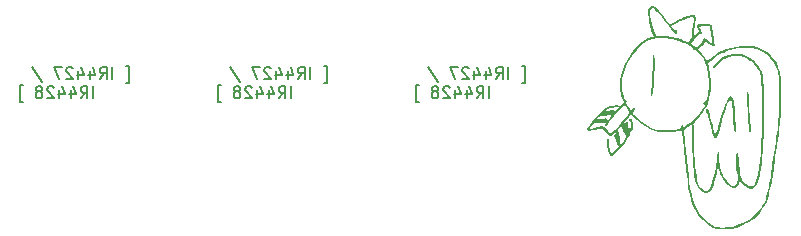
<source format=gbr>
%TF.GenerationSoftware,KiCad,Pcbnew,7.0.2*%
%TF.CreationDate,2023-10-31T00:40:57+09:00*%
%TF.ProjectId,Pmod_US_Speaker,506d6f64-5f55-4535-9f53-7065616b6572,rev?*%
%TF.SameCoordinates,Original*%
%TF.FileFunction,Legend,Bot*%
%TF.FilePolarity,Positive*%
%FSLAX46Y46*%
G04 Gerber Fmt 4.6, Leading zero omitted, Abs format (unit mm)*
G04 Created by KiCad (PCBNEW 7.0.2) date 2023-10-31 00:40:57*
%MOMM*%
%LPD*%
G01*
G04 APERTURE LIST*
%ADD10C,0.150000*%
G04 APERTURE END LIST*
D10*
X146288190Y-98158952D02*
X146526285Y-98158952D01*
X146526285Y-98158952D02*
X146526285Y-96730380D01*
X146526285Y-96730380D02*
X146288190Y-96730380D01*
X145145332Y-97825619D02*
X145145332Y-96825619D01*
X144097714Y-97825619D02*
X144431047Y-97349428D01*
X144669142Y-97825619D02*
X144669142Y-96825619D01*
X144669142Y-96825619D02*
X144288190Y-96825619D01*
X144288190Y-96825619D02*
X144192952Y-96873238D01*
X144192952Y-96873238D02*
X144145333Y-96920857D01*
X144145333Y-96920857D02*
X144097714Y-97016095D01*
X144097714Y-97016095D02*
X144097714Y-97158952D01*
X144097714Y-97158952D02*
X144145333Y-97254190D01*
X144145333Y-97254190D02*
X144192952Y-97301809D01*
X144192952Y-97301809D02*
X144288190Y-97349428D01*
X144288190Y-97349428D02*
X144669142Y-97349428D01*
X143240571Y-97158952D02*
X143240571Y-97825619D01*
X143478666Y-96778000D02*
X143716761Y-97492285D01*
X143716761Y-97492285D02*
X143097714Y-97492285D01*
X142288190Y-97158952D02*
X142288190Y-97825619D01*
X142526285Y-96778000D02*
X142764380Y-97492285D01*
X142764380Y-97492285D02*
X142145333Y-97492285D01*
X141811999Y-96920857D02*
X141764380Y-96873238D01*
X141764380Y-96873238D02*
X141669142Y-96825619D01*
X141669142Y-96825619D02*
X141431047Y-96825619D01*
X141431047Y-96825619D02*
X141335809Y-96873238D01*
X141335809Y-96873238D02*
X141288190Y-96920857D01*
X141288190Y-96920857D02*
X141240571Y-97016095D01*
X141240571Y-97016095D02*
X141240571Y-97111333D01*
X141240571Y-97111333D02*
X141288190Y-97254190D01*
X141288190Y-97254190D02*
X141859618Y-97825619D01*
X141859618Y-97825619D02*
X141240571Y-97825619D01*
X140907237Y-96825619D02*
X140240571Y-96825619D01*
X140240571Y-96825619D02*
X140669142Y-97825619D01*
X138383428Y-96778000D02*
X139240570Y-98063714D01*
X143526284Y-99445619D02*
X143526284Y-98445619D01*
X142478666Y-99445619D02*
X142811999Y-98969428D01*
X143050094Y-99445619D02*
X143050094Y-98445619D01*
X143050094Y-98445619D02*
X142669142Y-98445619D01*
X142669142Y-98445619D02*
X142573904Y-98493238D01*
X142573904Y-98493238D02*
X142526285Y-98540857D01*
X142526285Y-98540857D02*
X142478666Y-98636095D01*
X142478666Y-98636095D02*
X142478666Y-98778952D01*
X142478666Y-98778952D02*
X142526285Y-98874190D01*
X142526285Y-98874190D02*
X142573904Y-98921809D01*
X142573904Y-98921809D02*
X142669142Y-98969428D01*
X142669142Y-98969428D02*
X143050094Y-98969428D01*
X141621523Y-98778952D02*
X141621523Y-99445619D01*
X141859618Y-98398000D02*
X142097713Y-99112285D01*
X142097713Y-99112285D02*
X141478666Y-99112285D01*
X140669142Y-98778952D02*
X140669142Y-99445619D01*
X140907237Y-98398000D02*
X141145332Y-99112285D01*
X141145332Y-99112285D02*
X140526285Y-99112285D01*
X140192951Y-98540857D02*
X140145332Y-98493238D01*
X140145332Y-98493238D02*
X140050094Y-98445619D01*
X140050094Y-98445619D02*
X139811999Y-98445619D01*
X139811999Y-98445619D02*
X139716761Y-98493238D01*
X139716761Y-98493238D02*
X139669142Y-98540857D01*
X139669142Y-98540857D02*
X139621523Y-98636095D01*
X139621523Y-98636095D02*
X139621523Y-98731333D01*
X139621523Y-98731333D02*
X139669142Y-98874190D01*
X139669142Y-98874190D02*
X140240570Y-99445619D01*
X140240570Y-99445619D02*
X139621523Y-99445619D01*
X139050094Y-98874190D02*
X139145332Y-98826571D01*
X139145332Y-98826571D02*
X139192951Y-98778952D01*
X139192951Y-98778952D02*
X139240570Y-98683714D01*
X139240570Y-98683714D02*
X139240570Y-98636095D01*
X139240570Y-98636095D02*
X139192951Y-98540857D01*
X139192951Y-98540857D02*
X139145332Y-98493238D01*
X139145332Y-98493238D02*
X139050094Y-98445619D01*
X139050094Y-98445619D02*
X138859618Y-98445619D01*
X138859618Y-98445619D02*
X138764380Y-98493238D01*
X138764380Y-98493238D02*
X138716761Y-98540857D01*
X138716761Y-98540857D02*
X138669142Y-98636095D01*
X138669142Y-98636095D02*
X138669142Y-98683714D01*
X138669142Y-98683714D02*
X138716761Y-98778952D01*
X138716761Y-98778952D02*
X138764380Y-98826571D01*
X138764380Y-98826571D02*
X138859618Y-98874190D01*
X138859618Y-98874190D02*
X139050094Y-98874190D01*
X139050094Y-98874190D02*
X139145332Y-98921809D01*
X139145332Y-98921809D02*
X139192951Y-98969428D01*
X139192951Y-98969428D02*
X139240570Y-99064666D01*
X139240570Y-99064666D02*
X139240570Y-99255142D01*
X139240570Y-99255142D02*
X139192951Y-99350380D01*
X139192951Y-99350380D02*
X139145332Y-99398000D01*
X139145332Y-99398000D02*
X139050094Y-99445619D01*
X139050094Y-99445619D02*
X138859618Y-99445619D01*
X138859618Y-99445619D02*
X138764380Y-99398000D01*
X138764380Y-99398000D02*
X138716761Y-99350380D01*
X138716761Y-99350380D02*
X138669142Y-99255142D01*
X138669142Y-99255142D02*
X138669142Y-99064666D01*
X138669142Y-99064666D02*
X138716761Y-98969428D01*
X138716761Y-98969428D02*
X138764380Y-98921809D01*
X138764380Y-98921809D02*
X138859618Y-98874190D01*
X137573903Y-99778952D02*
X137335808Y-99778952D01*
X137335808Y-99778952D02*
X137335808Y-98350380D01*
X137335808Y-98350380D02*
X137573903Y-98350380D01*
X129524190Y-98158952D02*
X129762285Y-98158952D01*
X129762285Y-98158952D02*
X129762285Y-96730380D01*
X129762285Y-96730380D02*
X129524190Y-96730380D01*
X128381332Y-97825619D02*
X128381332Y-96825619D01*
X127333714Y-97825619D02*
X127667047Y-97349428D01*
X127905142Y-97825619D02*
X127905142Y-96825619D01*
X127905142Y-96825619D02*
X127524190Y-96825619D01*
X127524190Y-96825619D02*
X127428952Y-96873238D01*
X127428952Y-96873238D02*
X127381333Y-96920857D01*
X127381333Y-96920857D02*
X127333714Y-97016095D01*
X127333714Y-97016095D02*
X127333714Y-97158952D01*
X127333714Y-97158952D02*
X127381333Y-97254190D01*
X127381333Y-97254190D02*
X127428952Y-97301809D01*
X127428952Y-97301809D02*
X127524190Y-97349428D01*
X127524190Y-97349428D02*
X127905142Y-97349428D01*
X126476571Y-97158952D02*
X126476571Y-97825619D01*
X126714666Y-96778000D02*
X126952761Y-97492285D01*
X126952761Y-97492285D02*
X126333714Y-97492285D01*
X125524190Y-97158952D02*
X125524190Y-97825619D01*
X125762285Y-96778000D02*
X126000380Y-97492285D01*
X126000380Y-97492285D02*
X125381333Y-97492285D01*
X125047999Y-96920857D02*
X125000380Y-96873238D01*
X125000380Y-96873238D02*
X124905142Y-96825619D01*
X124905142Y-96825619D02*
X124667047Y-96825619D01*
X124667047Y-96825619D02*
X124571809Y-96873238D01*
X124571809Y-96873238D02*
X124524190Y-96920857D01*
X124524190Y-96920857D02*
X124476571Y-97016095D01*
X124476571Y-97016095D02*
X124476571Y-97111333D01*
X124476571Y-97111333D02*
X124524190Y-97254190D01*
X124524190Y-97254190D02*
X125095618Y-97825619D01*
X125095618Y-97825619D02*
X124476571Y-97825619D01*
X124143237Y-96825619D02*
X123476571Y-96825619D01*
X123476571Y-96825619D02*
X123905142Y-97825619D01*
X121619428Y-96778000D02*
X122476570Y-98063714D01*
X126762284Y-99445619D02*
X126762284Y-98445619D01*
X125714666Y-99445619D02*
X126047999Y-98969428D01*
X126286094Y-99445619D02*
X126286094Y-98445619D01*
X126286094Y-98445619D02*
X125905142Y-98445619D01*
X125905142Y-98445619D02*
X125809904Y-98493238D01*
X125809904Y-98493238D02*
X125762285Y-98540857D01*
X125762285Y-98540857D02*
X125714666Y-98636095D01*
X125714666Y-98636095D02*
X125714666Y-98778952D01*
X125714666Y-98778952D02*
X125762285Y-98874190D01*
X125762285Y-98874190D02*
X125809904Y-98921809D01*
X125809904Y-98921809D02*
X125905142Y-98969428D01*
X125905142Y-98969428D02*
X126286094Y-98969428D01*
X124857523Y-98778952D02*
X124857523Y-99445619D01*
X125095618Y-98398000D02*
X125333713Y-99112285D01*
X125333713Y-99112285D02*
X124714666Y-99112285D01*
X123905142Y-98778952D02*
X123905142Y-99445619D01*
X124143237Y-98398000D02*
X124381332Y-99112285D01*
X124381332Y-99112285D02*
X123762285Y-99112285D01*
X123428951Y-98540857D02*
X123381332Y-98493238D01*
X123381332Y-98493238D02*
X123286094Y-98445619D01*
X123286094Y-98445619D02*
X123047999Y-98445619D01*
X123047999Y-98445619D02*
X122952761Y-98493238D01*
X122952761Y-98493238D02*
X122905142Y-98540857D01*
X122905142Y-98540857D02*
X122857523Y-98636095D01*
X122857523Y-98636095D02*
X122857523Y-98731333D01*
X122857523Y-98731333D02*
X122905142Y-98874190D01*
X122905142Y-98874190D02*
X123476570Y-99445619D01*
X123476570Y-99445619D02*
X122857523Y-99445619D01*
X122286094Y-98874190D02*
X122381332Y-98826571D01*
X122381332Y-98826571D02*
X122428951Y-98778952D01*
X122428951Y-98778952D02*
X122476570Y-98683714D01*
X122476570Y-98683714D02*
X122476570Y-98636095D01*
X122476570Y-98636095D02*
X122428951Y-98540857D01*
X122428951Y-98540857D02*
X122381332Y-98493238D01*
X122381332Y-98493238D02*
X122286094Y-98445619D01*
X122286094Y-98445619D02*
X122095618Y-98445619D01*
X122095618Y-98445619D02*
X122000380Y-98493238D01*
X122000380Y-98493238D02*
X121952761Y-98540857D01*
X121952761Y-98540857D02*
X121905142Y-98636095D01*
X121905142Y-98636095D02*
X121905142Y-98683714D01*
X121905142Y-98683714D02*
X121952761Y-98778952D01*
X121952761Y-98778952D02*
X122000380Y-98826571D01*
X122000380Y-98826571D02*
X122095618Y-98874190D01*
X122095618Y-98874190D02*
X122286094Y-98874190D01*
X122286094Y-98874190D02*
X122381332Y-98921809D01*
X122381332Y-98921809D02*
X122428951Y-98969428D01*
X122428951Y-98969428D02*
X122476570Y-99064666D01*
X122476570Y-99064666D02*
X122476570Y-99255142D01*
X122476570Y-99255142D02*
X122428951Y-99350380D01*
X122428951Y-99350380D02*
X122381332Y-99398000D01*
X122381332Y-99398000D02*
X122286094Y-99445619D01*
X122286094Y-99445619D02*
X122095618Y-99445619D01*
X122095618Y-99445619D02*
X122000380Y-99398000D01*
X122000380Y-99398000D02*
X121952761Y-99350380D01*
X121952761Y-99350380D02*
X121905142Y-99255142D01*
X121905142Y-99255142D02*
X121905142Y-99064666D01*
X121905142Y-99064666D02*
X121952761Y-98969428D01*
X121952761Y-98969428D02*
X122000380Y-98921809D01*
X122000380Y-98921809D02*
X122095618Y-98874190D01*
X120809903Y-99778952D02*
X120571808Y-99778952D01*
X120571808Y-99778952D02*
X120571808Y-98350380D01*
X120571808Y-98350380D02*
X120809903Y-98350380D01*
X163052190Y-98158952D02*
X163290285Y-98158952D01*
X163290285Y-98158952D02*
X163290285Y-96730380D01*
X163290285Y-96730380D02*
X163052190Y-96730380D01*
X161909332Y-97825619D02*
X161909332Y-96825619D01*
X160861714Y-97825619D02*
X161195047Y-97349428D01*
X161433142Y-97825619D02*
X161433142Y-96825619D01*
X161433142Y-96825619D02*
X161052190Y-96825619D01*
X161052190Y-96825619D02*
X160956952Y-96873238D01*
X160956952Y-96873238D02*
X160909333Y-96920857D01*
X160909333Y-96920857D02*
X160861714Y-97016095D01*
X160861714Y-97016095D02*
X160861714Y-97158952D01*
X160861714Y-97158952D02*
X160909333Y-97254190D01*
X160909333Y-97254190D02*
X160956952Y-97301809D01*
X160956952Y-97301809D02*
X161052190Y-97349428D01*
X161052190Y-97349428D02*
X161433142Y-97349428D01*
X160004571Y-97158952D02*
X160004571Y-97825619D01*
X160242666Y-96778000D02*
X160480761Y-97492285D01*
X160480761Y-97492285D02*
X159861714Y-97492285D01*
X159052190Y-97158952D02*
X159052190Y-97825619D01*
X159290285Y-96778000D02*
X159528380Y-97492285D01*
X159528380Y-97492285D02*
X158909333Y-97492285D01*
X158575999Y-96920857D02*
X158528380Y-96873238D01*
X158528380Y-96873238D02*
X158433142Y-96825619D01*
X158433142Y-96825619D02*
X158195047Y-96825619D01*
X158195047Y-96825619D02*
X158099809Y-96873238D01*
X158099809Y-96873238D02*
X158052190Y-96920857D01*
X158052190Y-96920857D02*
X158004571Y-97016095D01*
X158004571Y-97016095D02*
X158004571Y-97111333D01*
X158004571Y-97111333D02*
X158052190Y-97254190D01*
X158052190Y-97254190D02*
X158623618Y-97825619D01*
X158623618Y-97825619D02*
X158004571Y-97825619D01*
X157671237Y-96825619D02*
X157004571Y-96825619D01*
X157004571Y-96825619D02*
X157433142Y-97825619D01*
X155147428Y-96778000D02*
X156004570Y-98063714D01*
X160290284Y-99445619D02*
X160290284Y-98445619D01*
X159242666Y-99445619D02*
X159575999Y-98969428D01*
X159814094Y-99445619D02*
X159814094Y-98445619D01*
X159814094Y-98445619D02*
X159433142Y-98445619D01*
X159433142Y-98445619D02*
X159337904Y-98493238D01*
X159337904Y-98493238D02*
X159290285Y-98540857D01*
X159290285Y-98540857D02*
X159242666Y-98636095D01*
X159242666Y-98636095D02*
X159242666Y-98778952D01*
X159242666Y-98778952D02*
X159290285Y-98874190D01*
X159290285Y-98874190D02*
X159337904Y-98921809D01*
X159337904Y-98921809D02*
X159433142Y-98969428D01*
X159433142Y-98969428D02*
X159814094Y-98969428D01*
X158385523Y-98778952D02*
X158385523Y-99445619D01*
X158623618Y-98398000D02*
X158861713Y-99112285D01*
X158861713Y-99112285D02*
X158242666Y-99112285D01*
X157433142Y-98778952D02*
X157433142Y-99445619D01*
X157671237Y-98398000D02*
X157909332Y-99112285D01*
X157909332Y-99112285D02*
X157290285Y-99112285D01*
X156956951Y-98540857D02*
X156909332Y-98493238D01*
X156909332Y-98493238D02*
X156814094Y-98445619D01*
X156814094Y-98445619D02*
X156575999Y-98445619D01*
X156575999Y-98445619D02*
X156480761Y-98493238D01*
X156480761Y-98493238D02*
X156433142Y-98540857D01*
X156433142Y-98540857D02*
X156385523Y-98636095D01*
X156385523Y-98636095D02*
X156385523Y-98731333D01*
X156385523Y-98731333D02*
X156433142Y-98874190D01*
X156433142Y-98874190D02*
X157004570Y-99445619D01*
X157004570Y-99445619D02*
X156385523Y-99445619D01*
X155814094Y-98874190D02*
X155909332Y-98826571D01*
X155909332Y-98826571D02*
X155956951Y-98778952D01*
X155956951Y-98778952D02*
X156004570Y-98683714D01*
X156004570Y-98683714D02*
X156004570Y-98636095D01*
X156004570Y-98636095D02*
X155956951Y-98540857D01*
X155956951Y-98540857D02*
X155909332Y-98493238D01*
X155909332Y-98493238D02*
X155814094Y-98445619D01*
X155814094Y-98445619D02*
X155623618Y-98445619D01*
X155623618Y-98445619D02*
X155528380Y-98493238D01*
X155528380Y-98493238D02*
X155480761Y-98540857D01*
X155480761Y-98540857D02*
X155433142Y-98636095D01*
X155433142Y-98636095D02*
X155433142Y-98683714D01*
X155433142Y-98683714D02*
X155480761Y-98778952D01*
X155480761Y-98778952D02*
X155528380Y-98826571D01*
X155528380Y-98826571D02*
X155623618Y-98874190D01*
X155623618Y-98874190D02*
X155814094Y-98874190D01*
X155814094Y-98874190D02*
X155909332Y-98921809D01*
X155909332Y-98921809D02*
X155956951Y-98969428D01*
X155956951Y-98969428D02*
X156004570Y-99064666D01*
X156004570Y-99064666D02*
X156004570Y-99255142D01*
X156004570Y-99255142D02*
X155956951Y-99350380D01*
X155956951Y-99350380D02*
X155909332Y-99398000D01*
X155909332Y-99398000D02*
X155814094Y-99445619D01*
X155814094Y-99445619D02*
X155623618Y-99445619D01*
X155623618Y-99445619D02*
X155528380Y-99398000D01*
X155528380Y-99398000D02*
X155480761Y-99350380D01*
X155480761Y-99350380D02*
X155433142Y-99255142D01*
X155433142Y-99255142D02*
X155433142Y-99064666D01*
X155433142Y-99064666D02*
X155480761Y-98969428D01*
X155480761Y-98969428D02*
X155528380Y-98921809D01*
X155528380Y-98921809D02*
X155623618Y-98874190D01*
X154337903Y-99778952D02*
X154099808Y-99778952D01*
X154099808Y-99778952D02*
X154099808Y-98350380D01*
X154099808Y-98350380D02*
X154337903Y-98350380D01*
%TO.C,G\u002A\u002A\u002A*%
G36*
X174182769Y-91631516D02*
G01*
X174315333Y-91703498D01*
X174490038Y-91844613D01*
X174691678Y-92039529D01*
X174905047Y-92272914D01*
X175114939Y-92529436D01*
X175306148Y-92793764D01*
X175376392Y-92896689D01*
X175495121Y-93062715D01*
X175584439Y-93177187D01*
X175628997Y-93219846D01*
X175633146Y-93219260D01*
X175701798Y-93178174D01*
X175806001Y-93092178D01*
X175826762Y-93074170D01*
X176001350Y-92956135D01*
X176239337Y-92832099D01*
X176517745Y-92710196D01*
X176813597Y-92598560D01*
X177103915Y-92505329D01*
X177365721Y-92438635D01*
X177576039Y-92406615D01*
X177711891Y-92417404D01*
X177746474Y-92451241D01*
X177780477Y-92583903D01*
X177784969Y-92799389D01*
X177760038Y-93083286D01*
X177705773Y-93421179D01*
X177700486Y-93449197D01*
X177661404Y-93683339D01*
X177633781Y-93895829D01*
X177623305Y-94043713D01*
X177623296Y-94235329D01*
X177847061Y-94011563D01*
X178070827Y-93787797D01*
X177951276Y-93558434D01*
X177951039Y-93557979D01*
X177879684Y-93408541D01*
X177856518Y-93304862D01*
X177893892Y-93238103D01*
X178004159Y-93199428D01*
X178199668Y-93179998D01*
X178492772Y-93170976D01*
X178524435Y-93170359D01*
X178798823Y-93167396D01*
X178983688Y-93177908D01*
X178988441Y-93179334D01*
X179097657Y-93212110D01*
X179159357Y-93280212D01*
X179187415Y-93392427D01*
X179200455Y-93558966D01*
X179202946Y-93593951D01*
X179224096Y-93791282D01*
X179258217Y-94040263D01*
X179299227Y-94295528D01*
X179334756Y-94507831D01*
X179369168Y-94756739D01*
X179378856Y-94919136D01*
X179364271Y-95007455D01*
X179325859Y-95034132D01*
X179256659Y-95023316D01*
X179093637Y-94958244D01*
X178920458Y-94855295D01*
X178782002Y-94738836D01*
X178666943Y-94630656D01*
X178585639Y-94599293D01*
X178556190Y-94663028D01*
X178539144Y-94718972D01*
X178451254Y-94845293D01*
X178308955Y-94991557D01*
X178135278Y-95132099D01*
X177960030Y-95256644D01*
X178224722Y-95525549D01*
X178354830Y-95670473D01*
X178497325Y-95858223D01*
X178592394Y-96017636D01*
X178638395Y-96108937D01*
X178725362Y-96217644D01*
X178816228Y-96227080D01*
X178926890Y-96143212D01*
X178963093Y-96108910D01*
X179092086Y-96001007D01*
X179245157Y-95885186D01*
X179305339Y-95841372D01*
X179471233Y-95715066D01*
X179602516Y-95608032D01*
X179743458Y-95517685D01*
X179914595Y-95455905D01*
X179961761Y-95445352D01*
X180140598Y-95389646D01*
X180326933Y-95315056D01*
X180450879Y-95264274D01*
X180800234Y-95159763D01*
X181204525Y-95079226D01*
X181632313Y-95025950D01*
X181898501Y-95011540D01*
X182052156Y-95003222D01*
X182432617Y-95014329D01*
X182742254Y-95062557D01*
X182998029Y-95142838D01*
X183310549Y-95266177D01*
X183613041Y-95407000D01*
X183856922Y-95544310D01*
X183959569Y-95620009D01*
X184192740Y-95848681D01*
X184421513Y-96138971D01*
X184625175Y-96459838D01*
X184783016Y-96780240D01*
X184874321Y-97069133D01*
X184909382Y-97245271D01*
X184953858Y-97459464D01*
X184988855Y-97618114D01*
X184991000Y-97628001D01*
X185008551Y-97775823D01*
X185022133Y-98013256D01*
X185031749Y-98322015D01*
X185037401Y-98683811D01*
X185039095Y-99080357D01*
X185036831Y-99493368D01*
X185030615Y-99904555D01*
X185020448Y-100295631D01*
X185006334Y-100648310D01*
X184988277Y-100944305D01*
X184985311Y-100981395D01*
X184958968Y-101254303D01*
X184919023Y-101609966D01*
X184868241Y-102026293D01*
X184809389Y-102481191D01*
X184745233Y-102952568D01*
X184678537Y-103418331D01*
X184664374Y-103514821D01*
X184597576Y-103976153D01*
X184532806Y-104433000D01*
X184472930Y-104864515D01*
X184420815Y-105249846D01*
X184379326Y-105568144D01*
X184351330Y-105798558D01*
X184319944Y-106042721D01*
X184269014Y-106366520D01*
X184212666Y-106665831D01*
X184158365Y-106898125D01*
X184087942Y-107157469D01*
X184018857Y-107425173D01*
X183958362Y-107680561D01*
X183893793Y-107975193D01*
X183887844Y-108000642D01*
X183796469Y-108242382D01*
X183640693Y-108528612D01*
X183437568Y-108835289D01*
X183204146Y-109138372D01*
X182957482Y-109413818D01*
X182714628Y-109637587D01*
X182714267Y-109637879D01*
X182553099Y-109750590D01*
X182322168Y-109889856D01*
X182052260Y-110038006D01*
X181774161Y-110177369D01*
X181749373Y-110189132D01*
X181482642Y-110313780D01*
X181279910Y-110400070D01*
X181108822Y-110456965D01*
X180937023Y-110493429D01*
X180732159Y-110518424D01*
X180461876Y-110540913D01*
X180326637Y-110550281D01*
X179916938Y-110558527D01*
X179575393Y-110522032D01*
X179276870Y-110431002D01*
X178996234Y-110275642D01*
X178708351Y-110046157D01*
X178388086Y-109732752D01*
X178262472Y-109599138D01*
X178014725Y-109310600D01*
X177805593Y-109021656D01*
X177630261Y-108718611D01*
X177483916Y-108387771D01*
X177361740Y-108015444D01*
X177258921Y-107587934D01*
X177170643Y-107091550D01*
X177092092Y-106512596D01*
X177018452Y-105837379D01*
X176991396Y-105572338D01*
X176948074Y-105164814D01*
X176903388Y-104761012D01*
X176861263Y-104396178D01*
X176825623Y-104105560D01*
X176797149Y-103878400D01*
X176751439Y-103495880D01*
X176707456Y-103109652D01*
X176671723Y-102776051D01*
X176642639Y-102509186D01*
X176616384Y-102323857D01*
X176614994Y-102318163D01*
X176804530Y-102318163D01*
X176817649Y-102505511D01*
X176844281Y-102780219D01*
X176861318Y-102943790D01*
X176902690Y-103318778D01*
X176948104Y-103708393D01*
X176990421Y-104050582D01*
X176999212Y-104120014D01*
X177036616Y-104434833D01*
X177078008Y-104807402D01*
X177118944Y-105196894D01*
X177154980Y-105562487D01*
X177174426Y-105762941D01*
X177253684Y-106469935D01*
X177342937Y-107082095D01*
X177446319Y-107611342D01*
X177567969Y-108069600D01*
X177712022Y-108468792D01*
X177882613Y-108820840D01*
X178083880Y-109137667D01*
X178319959Y-109431197D01*
X178594986Y-109713353D01*
X178640968Y-109756688D01*
X178934678Y-110015596D01*
X179193654Y-110198648D01*
X179446028Y-110315873D01*
X179719931Y-110377303D01*
X180043495Y-110392966D01*
X180444852Y-110372893D01*
X180494965Y-110369010D01*
X180733239Y-110348054D01*
X180919584Y-110322278D01*
X181084148Y-110282996D01*
X181257076Y-110221521D01*
X181468516Y-110129169D01*
X181748615Y-109997253D01*
X181916128Y-109915756D01*
X182281880Y-109718878D01*
X182578800Y-109521146D01*
X182833537Y-109300668D01*
X183072736Y-109035555D01*
X183323047Y-108703918D01*
X183365799Y-108643395D01*
X183518681Y-108413233D01*
X183622189Y-108221636D01*
X183694025Y-108031530D01*
X183751892Y-107805843D01*
X183755206Y-107790960D01*
X183812464Y-107545152D01*
X183871607Y-107308160D01*
X183920337Y-107129370D01*
X183950404Y-107026719D01*
X184029228Y-106737669D01*
X184085085Y-106484512D01*
X184127633Y-106218686D01*
X184166531Y-105891629D01*
X184168330Y-105875230D01*
X184194110Y-105665528D01*
X184233934Y-105369377D01*
X184284944Y-105006798D01*
X184344281Y-104597813D01*
X184409086Y-104162443D01*
X184476500Y-103720712D01*
X184482101Y-103684424D01*
X184549355Y-103238455D01*
X184613241Y-102797144D01*
X184670938Y-102381271D01*
X184719627Y-102011617D01*
X184756486Y-101708963D01*
X184778695Y-101494088D01*
X184791322Y-101320548D01*
X184807556Y-101016574D01*
X184821810Y-100657619D01*
X184833876Y-100260168D01*
X184843547Y-99840708D01*
X184850616Y-99415726D01*
X184854875Y-99001707D01*
X184856116Y-98615139D01*
X184854133Y-98272507D01*
X184848718Y-97990297D01*
X184839664Y-97784997D01*
X184826762Y-97673093D01*
X184799123Y-97554531D01*
X184754572Y-97347637D01*
X184710073Y-97127348D01*
X184668498Y-96970056D01*
X184532832Y-96648529D01*
X184340292Y-96320333D01*
X184113163Y-96021189D01*
X183873731Y-95786815D01*
X183458528Y-95514517D01*
X182960695Y-95305068D01*
X182432684Y-95188963D01*
X181898501Y-95173652D01*
X181798996Y-95181501D01*
X181383550Y-95230181D01*
X180989137Y-95300145D01*
X180645383Y-95385410D01*
X180381911Y-95479991D01*
X180321807Y-95506080D01*
X180130442Y-95576830D01*
X179969574Y-95620840D01*
X179812347Y-95676428D01*
X179657495Y-95775160D01*
X179530756Y-95880379D01*
X179404166Y-95974077D01*
X179342659Y-96019224D01*
X179206063Y-96130432D01*
X179054428Y-96262789D01*
X178820572Y-96474347D01*
X178905625Y-96840062D01*
X178937818Y-96999962D01*
X178981487Y-97266344D01*
X179023812Y-97571110D01*
X179058952Y-97874839D01*
X179080120Y-98088660D01*
X179098045Y-98319562D01*
X179100482Y-98498395D01*
X179085694Y-98658599D01*
X179051940Y-98833612D01*
X178997483Y-99056874D01*
X178967601Y-99178007D01*
X178915022Y-99407654D01*
X178877387Y-99594691D01*
X178861356Y-99707292D01*
X178854662Y-99751845D01*
X178803315Y-99908927D01*
X178716692Y-100106696D01*
X178612774Y-100309060D01*
X178509539Y-100479932D01*
X178424968Y-100583222D01*
X178375612Y-100632323D01*
X178338014Y-100701135D01*
X178334213Y-100723012D01*
X178313507Y-100759616D01*
X178264055Y-100821342D01*
X178174073Y-100921803D01*
X178031777Y-101074613D01*
X177825383Y-101293385D01*
X177816143Y-101303211D01*
X177691803Y-101447991D01*
X177612059Y-101564490D01*
X177593799Y-101628287D01*
X177602047Y-101676219D01*
X177613006Y-101822473D01*
X177624317Y-102050671D01*
X177635339Y-102345401D01*
X177645429Y-102691255D01*
X177653947Y-103072822D01*
X177658744Y-103305939D01*
X177679666Y-104041686D01*
X177708243Y-104677838D01*
X177745608Y-105222292D01*
X177792891Y-105682945D01*
X177851227Y-106067694D01*
X177921745Y-106384435D01*
X178005580Y-106641067D01*
X178103862Y-106845485D01*
X178217723Y-107005588D01*
X178362478Y-107149726D01*
X178555411Y-107264278D01*
X178731301Y-107273348D01*
X178886618Y-107176035D01*
X178978561Y-107061049D01*
X179091821Y-106855058D01*
X179194767Y-106582708D01*
X179289689Y-106235279D01*
X179378880Y-105804054D01*
X179464633Y-105280315D01*
X179549237Y-104655344D01*
X179555537Y-104606019D01*
X179604045Y-104293504D01*
X179654550Y-104080553D01*
X179706006Y-103970628D01*
X179757365Y-103967191D01*
X179770971Y-104027393D01*
X179783151Y-104176265D01*
X179791791Y-104389987D01*
X179795584Y-104645385D01*
X179796010Y-104719547D01*
X179803053Y-105009665D01*
X179820667Y-105220788D01*
X179851920Y-105378282D01*
X179899881Y-105507508D01*
X179913607Y-105537102D01*
X180010701Y-105747080D01*
X180104373Y-105950458D01*
X180126740Y-105996770D01*
X180223271Y-106165133D01*
X180316998Y-106291774D01*
X180393846Y-106381184D01*
X180427192Y-106434344D01*
X180439874Y-106455621D01*
X180510437Y-106537463D01*
X180622243Y-106653685D01*
X180727923Y-106752215D01*
X180908295Y-106872898D01*
X181054736Y-106892808D01*
X181174560Y-106811670D01*
X181275084Y-106629209D01*
X181312151Y-106528125D01*
X181349077Y-106370974D01*
X181354876Y-106201165D01*
X181329474Y-105987789D01*
X181272795Y-105699933D01*
X181272681Y-105699408D01*
X181226936Y-105438252D01*
X181195803Y-105159612D01*
X181178675Y-104879363D01*
X181174944Y-104613382D01*
X181183999Y-104377545D01*
X181205234Y-104187728D01*
X181238039Y-104059806D01*
X181281805Y-104009656D01*
X181335925Y-104053155D01*
X181336577Y-104054268D01*
X181359136Y-104138730D01*
X181387183Y-104308328D01*
X181418124Y-104539363D01*
X181449368Y-104808140D01*
X181478323Y-105090960D01*
X181502398Y-105364128D01*
X181518999Y-105603947D01*
X181525536Y-105786719D01*
X181532923Y-105925890D01*
X181582298Y-106117797D01*
X181695060Y-106320018D01*
X181824213Y-106499162D01*
X182048356Y-106736061D01*
X182263064Y-106872160D01*
X182462405Y-106907067D01*
X182640445Y-106840386D01*
X182791252Y-106671724D01*
X182908893Y-106400685D01*
X183030199Y-105959032D01*
X183155735Y-105361316D01*
X183233862Y-104792790D01*
X183246905Y-104646906D01*
X183280545Y-104193814D01*
X183309827Y-103685022D01*
X183334694Y-103132355D01*
X183355091Y-102547635D01*
X183370963Y-101942688D01*
X183382254Y-101329338D01*
X183388910Y-100719407D01*
X183390874Y-100124721D01*
X183388091Y-99557104D01*
X183380505Y-99028379D01*
X183368062Y-98550370D01*
X183350706Y-98134902D01*
X183328381Y-97793799D01*
X183301032Y-97538884D01*
X183268604Y-97381982D01*
X183211194Y-97251641D01*
X183111584Y-97072615D01*
X182987753Y-96874812D01*
X182855386Y-96681121D01*
X182730167Y-96514431D01*
X182627782Y-96397632D01*
X182563915Y-96353612D01*
X182515927Y-96334055D01*
X182400132Y-96264616D01*
X182250267Y-96162254D01*
X182191939Y-96123269D01*
X181909086Y-95985231D01*
X181580710Y-95884823D01*
X181250210Y-95832883D01*
X180960986Y-95840252D01*
X180825999Y-95867725D01*
X180421854Y-96014818D01*
X180026949Y-96249721D01*
X179667088Y-96558118D01*
X179520750Y-96702992D01*
X179389205Y-96816977D01*
X179304541Y-96862988D01*
X179253689Y-96850258D01*
X179242477Y-96802548D01*
X179287509Y-96719965D01*
X179399327Y-96591817D01*
X179587020Y-96405990D01*
X179705802Y-96297283D01*
X180117696Y-95990312D01*
X180539184Y-95778847D01*
X180957814Y-95669578D01*
X181017837Y-95663110D01*
X181343200Y-95670238D01*
X181693187Y-95733504D01*
X182023883Y-95842463D01*
X182291374Y-95986676D01*
X182396661Y-96059628D01*
X182540437Y-96151496D01*
X182633907Y-96201432D01*
X182695633Y-96244025D01*
X182814172Y-96367984D01*
X182957120Y-96546269D01*
X183107469Y-96754973D01*
X183248212Y-96970188D01*
X183362342Y-97168006D01*
X183432851Y-97324520D01*
X183451741Y-97389810D01*
X183472092Y-97493057D01*
X183488986Y-97629646D01*
X183502932Y-97810521D01*
X183514441Y-98046627D01*
X183524021Y-98348911D01*
X183532182Y-98728315D01*
X183539432Y-99195787D01*
X183546282Y-99762270D01*
X183549109Y-100074729D01*
X183550444Y-100938591D01*
X183542287Y-101766418D01*
X183525083Y-102548992D01*
X183499277Y-103277091D01*
X183465311Y-103941495D01*
X183423629Y-104532984D01*
X183374676Y-105042338D01*
X183318895Y-105460336D01*
X183256731Y-105777759D01*
X183201642Y-105996288D01*
X183119551Y-106294467D01*
X183045230Y-106516441D01*
X182970482Y-106682230D01*
X182887111Y-106811855D01*
X182786921Y-106925336D01*
X182716666Y-106994605D01*
X182615381Y-107074846D01*
X182515173Y-107104588D01*
X182380484Y-107090448D01*
X182175756Y-107039040D01*
X182171020Y-107037509D01*
X182084588Y-106979960D01*
X181954930Y-106864320D01*
X181808221Y-106713755D01*
X181783700Y-106687193D01*
X181653007Y-106555244D01*
X181555260Y-106472304D01*
X181510058Y-106455360D01*
X181504451Y-106466764D01*
X181467686Y-106562120D01*
X181419115Y-106705235D01*
X181414545Y-106719035D01*
X181301979Y-106927771D01*
X181145690Y-107040026D01*
X180955937Y-107054855D01*
X180742979Y-106971310D01*
X180517076Y-106788445D01*
X180414157Y-106676065D01*
X180268414Y-106498587D01*
X180124216Y-106307069D01*
X179999037Y-106125920D01*
X179910349Y-105979546D01*
X179875623Y-105892357D01*
X179864707Y-105849405D01*
X179817484Y-105726204D01*
X179745986Y-105564620D01*
X179618484Y-105291861D01*
X179579965Y-105564620D01*
X179553495Y-105740059D01*
X179493174Y-106077635D01*
X179427379Y-106379277D01*
X179361728Y-106620506D01*
X179301835Y-106776847D01*
X179299253Y-106781826D01*
X179241920Y-106909171D01*
X179218007Y-106994925D01*
X179204773Y-107030207D01*
X179134837Y-107132997D01*
X179024976Y-107263275D01*
X178947413Y-107345340D01*
X178845618Y-107427749D01*
X178743991Y-107454178D01*
X178598893Y-107443040D01*
X178512339Y-107427867D01*
X178386233Y-107379445D01*
X178262267Y-107284471D01*
X178107530Y-107121400D01*
X178090970Y-107102627D01*
X177960707Y-106941807D01*
X177871345Y-106791040D01*
X177803665Y-106610750D01*
X177738449Y-106361362D01*
X177718301Y-106272777D01*
X177674298Y-106047509D01*
X177635810Y-105796113D01*
X177602275Y-105509275D01*
X177573133Y-105177680D01*
X177547821Y-104792015D01*
X177525778Y-104342964D01*
X177506444Y-103821214D01*
X177489255Y-103217451D01*
X177473652Y-102522361D01*
X177459071Y-101726629D01*
X177450540Y-101717087D01*
X177378464Y-101732332D01*
X177256849Y-101786763D01*
X177114753Y-101864964D01*
X176981233Y-101951520D01*
X176885345Y-102031014D01*
X176858262Y-102061232D01*
X176823636Y-102117928D01*
X176806125Y-102196271D01*
X176804530Y-102318163D01*
X176614994Y-102318163D01*
X176590405Y-102217452D01*
X176560815Y-102174288D01*
X176523728Y-102178680D01*
X176464489Y-102205034D01*
X176253513Y-102259788D01*
X175970652Y-102299705D01*
X175642358Y-102323935D01*
X175295081Y-102331625D01*
X174955273Y-102321925D01*
X174649384Y-102293981D01*
X174403865Y-102246943D01*
X174101065Y-102141887D01*
X173660227Y-101923180D01*
X173222980Y-101636041D01*
X172819113Y-101298301D01*
X172646293Y-101138408D01*
X172482790Y-100994898D01*
X172362073Y-100897638D01*
X172302157Y-100861837D01*
X172301256Y-100861880D01*
X172244681Y-100900139D01*
X172145357Y-100994774D01*
X172023290Y-101123352D01*
X171898484Y-101263441D01*
X171790944Y-101392609D01*
X171720675Y-101488423D01*
X171707683Y-101528450D01*
X171754312Y-101536744D01*
X171857500Y-101527173D01*
X171905547Y-101450462D01*
X171948417Y-101354511D01*
X171995412Y-101350403D01*
X172033829Y-101434835D01*
X172034731Y-101436817D01*
X172056812Y-101604045D01*
X172061497Y-101681753D01*
X172080282Y-101895385D01*
X172103069Y-102071109D01*
X172135505Y-102263281D01*
X172243590Y-102043620D01*
X172244999Y-102040753D01*
X172309876Y-101885488D01*
X172320894Y-101760376D01*
X172283643Y-101604045D01*
X172269154Y-101559231D01*
X172211733Y-101408921D01*
X172161870Y-101313079D01*
X172139899Y-101271017D01*
X172168077Y-101182077D01*
X172185673Y-101166597D01*
X172281061Y-101145432D01*
X172365547Y-101216686D01*
X172419728Y-101366164D01*
X172456313Y-101574384D01*
X172485479Y-101763773D01*
X172493747Y-101891687D01*
X172479826Y-101984432D01*
X172442421Y-102068312D01*
X172380240Y-102169631D01*
X172342454Y-102232403D01*
X172255753Y-102399503D01*
X172204727Y-102531854D01*
X172165749Y-102634104D01*
X172095328Y-102733295D01*
X172063326Y-102768665D01*
X171983433Y-102889826D01*
X171897925Y-103049226D01*
X171869103Y-103099977D01*
X171763908Y-103245781D01*
X171612914Y-103428329D01*
X171432717Y-103630303D01*
X171239917Y-103834386D01*
X171051111Y-104023261D01*
X170882898Y-104179613D01*
X170751876Y-104286122D01*
X170674644Y-104325474D01*
X170647359Y-104322590D01*
X170532833Y-104244393D01*
X170428235Y-104064129D01*
X170337532Y-103788121D01*
X170318619Y-103707228D01*
X170280927Y-103470589D01*
X170266728Y-103243920D01*
X170275442Y-103051701D01*
X170306489Y-102918416D01*
X170359292Y-102868547D01*
X170368384Y-102869506D01*
X170408666Y-102914136D01*
X170433249Y-103036842D01*
X170445671Y-103253396D01*
X170445730Y-103255461D01*
X170463331Y-103494677D01*
X170498534Y-103724353D01*
X170545338Y-103919430D01*
X170597742Y-104054851D01*
X170649747Y-104105560D01*
X170679782Y-104097779D01*
X170773803Y-104035094D01*
X170921958Y-103903456D01*
X171132884Y-103695534D01*
X171238206Y-103585790D01*
X171298797Y-103504448D01*
X171298098Y-103453119D01*
X171245924Y-103406728D01*
X171234646Y-103397954D01*
X171149034Y-103288670D01*
X171079061Y-103137954D01*
X171076096Y-103129052D01*
X171008577Y-102950535D01*
X170937746Y-102794510D01*
X170927910Y-102775400D01*
X170869980Y-102625628D01*
X170886409Y-102522984D01*
X170981342Y-102433103D01*
X171053582Y-102365776D01*
X171065306Y-102312362D01*
X171063938Y-102311182D01*
X171000984Y-102322451D01*
X170893734Y-102383951D01*
X170775673Y-102471093D01*
X170680282Y-102559287D01*
X170641044Y-102623943D01*
X170640478Y-102636568D01*
X170603346Y-102682840D01*
X170518728Y-102650504D01*
X170401440Y-102548914D01*
X170266302Y-102387422D01*
X170179951Y-102270881D01*
X170055344Y-102115622D01*
X169952536Y-102029897D01*
X169842435Y-102002015D01*
X169695950Y-102020283D01*
X169483989Y-102073011D01*
X169237279Y-102127422D01*
X168987151Y-102164578D01*
X168769709Y-102179802D01*
X168609592Y-102171422D01*
X168531437Y-102137761D01*
X168528906Y-102127202D01*
X168563642Y-102040695D01*
X168607211Y-101974672D01*
X168834928Y-101974672D01*
X168864630Y-102012178D01*
X168971894Y-102009901D01*
X169166238Y-101971500D01*
X169457180Y-101900633D01*
X169563030Y-101874464D01*
X169781472Y-101830172D01*
X169937209Y-101830057D01*
X170061571Y-101884774D01*
X170185890Y-102004975D01*
X170341497Y-102201314D01*
X170538929Y-102459883D01*
X170808223Y-102234418D01*
X170877240Y-102172934D01*
X171176365Y-102172934D01*
X171214799Y-102233376D01*
X171216489Y-102234813D01*
X171270440Y-102322832D01*
X171318187Y-102492701D01*
X171361729Y-102753788D01*
X171403066Y-103115463D01*
X171438231Y-103472335D01*
X171625564Y-103170441D01*
X171681281Y-103080809D01*
X171806253Y-102879090D01*
X171883508Y-102746512D01*
X171919458Y-102664314D01*
X171920515Y-102613731D01*
X171893089Y-102576002D01*
X171843592Y-102532364D01*
X171820653Y-102509950D01*
X171760794Y-102427615D01*
X172027250Y-102427615D01*
X172033829Y-102492862D01*
X172050366Y-102501463D01*
X172070482Y-102456210D01*
X172066514Y-102427104D01*
X172033829Y-102419557D01*
X172027250Y-102427615D01*
X171760794Y-102427615D01*
X171706322Y-102352689D01*
X171609449Y-102154448D01*
X171547572Y-101957134D01*
X171538227Y-101802653D01*
X171565598Y-101659473D01*
X171456502Y-101796694D01*
X171358347Y-101917995D01*
X171245239Y-102053882D01*
X171214812Y-102091415D01*
X171176365Y-102172934D01*
X170877240Y-102172934D01*
X170926074Y-102129430D01*
X171109624Y-101946353D01*
X171255406Y-101779010D01*
X171305450Y-101715970D01*
X171448343Y-101543508D01*
X171565598Y-101406301D01*
X171624525Y-101337347D01*
X171806867Y-101129446D01*
X171918998Y-101002456D01*
X172053509Y-100846774D01*
X172145136Y-100736437D01*
X172178522Y-100689619D01*
X172174630Y-100674879D01*
X172130417Y-100582798D01*
X172051354Y-100443105D01*
X171955175Y-100284499D01*
X171859617Y-100135678D01*
X171782416Y-100025340D01*
X171741309Y-99982184D01*
X171698806Y-100010855D01*
X171594741Y-100105654D01*
X171447886Y-100251015D01*
X171275167Y-100430654D01*
X171069745Y-100655636D01*
X170832610Y-100940576D01*
X170608180Y-101246026D01*
X170366224Y-101611253D01*
X170282575Y-101714688D01*
X170168097Y-101776403D01*
X170068323Y-101739592D01*
X170046917Y-101676340D01*
X170118750Y-101595272D01*
X170148653Y-101570999D01*
X170167569Y-101539877D01*
X170124619Y-101524812D01*
X170003839Y-101522653D01*
X169789263Y-101530250D01*
X169683337Y-101534019D01*
X169488270Y-101532979D01*
X169381837Y-101515640D01*
X169349436Y-101480344D01*
X169336242Y-101429926D01*
X169276814Y-101438484D01*
X169166617Y-101536358D01*
X169002418Y-101725835D01*
X168970136Y-101765678D01*
X168873269Y-101893725D01*
X168834928Y-101974672D01*
X168607211Y-101974672D01*
X168661233Y-101892810D01*
X168810452Y-101697252D01*
X169000074Y-101467723D01*
X169197692Y-101242109D01*
X169349053Y-101242109D01*
X169568967Y-101244091D01*
X169585504Y-101244077D01*
X169798453Y-101226393D01*
X170005526Y-101185924D01*
X170145642Y-101154238D01*
X170231849Y-101164002D01*
X170293594Y-101223451D01*
X170341725Y-101278904D01*
X170382844Y-101297651D01*
X170386175Y-101293262D01*
X170436872Y-101226389D01*
X170520858Y-101115570D01*
X170535648Y-101095691D01*
X170610543Y-100981231D01*
X170641044Y-100909401D01*
X170632521Y-100889577D01*
X170549485Y-100864787D01*
X170399912Y-100873040D01*
X170210886Y-100914043D01*
X170064687Y-100937709D01*
X169900391Y-100917407D01*
X169893599Y-100914892D01*
X169799922Y-100901629D01*
X169699947Y-100943955D01*
X169560490Y-101055337D01*
X169349053Y-101242109D01*
X169197692Y-101242109D01*
X169218873Y-101217927D01*
X169455624Y-100961568D01*
X169699102Y-100712350D01*
X169784816Y-100628175D01*
X170093563Y-100628175D01*
X170283810Y-100562772D01*
X170307450Y-100554458D01*
X170438417Y-100501313D01*
X170511735Y-100459689D01*
X170525987Y-100448605D01*
X170549485Y-100442908D01*
X170631430Y-100423039D01*
X170756035Y-100436050D01*
X170837268Y-100483136D01*
X170846953Y-100515028D01*
X170807153Y-100586220D01*
X170780508Y-100609257D01*
X170786365Y-100652944D01*
X170831442Y-100637447D01*
X170929822Y-100557986D01*
X171053382Y-100431439D01*
X171273296Y-100185168D01*
X171025893Y-100223594D01*
X170986352Y-100229689D01*
X170757963Y-100263762D01*
X170543367Y-100294352D01*
X170511234Y-100299231D01*
X170326790Y-100359165D01*
X170200904Y-100477430D01*
X170093563Y-100628175D01*
X169784816Y-100628175D01*
X169824097Y-100589599D01*
X170044580Y-100382476D01*
X170208925Y-100245019D01*
X170328286Y-100168349D01*
X170413820Y-100143589D01*
X170504583Y-100135470D01*
X170685170Y-100107725D01*
X170888447Y-100067753D01*
X170987134Y-100046982D01*
X171138873Y-100023842D01*
X171226365Y-100031293D01*
X171273296Y-100065967D01*
X171278023Y-100069459D01*
X171324767Y-100100766D01*
X171395357Y-100072154D01*
X171508661Y-99966615D01*
X171679593Y-99789759D01*
X171566382Y-99432400D01*
X171500117Y-99221450D01*
X171433078Y-98995841D01*
X171390775Y-98824664D01*
X171367556Y-98678774D01*
X171357769Y-98529025D01*
X171356140Y-98380635D01*
X171524555Y-98380635D01*
X171537379Y-98651101D01*
X171573015Y-98851224D01*
X171589255Y-98905520D01*
X171640154Y-99088375D01*
X171691394Y-99285773D01*
X171718571Y-99381829D01*
X171741309Y-99428855D01*
X171789267Y-99528041D01*
X171886480Y-99600538D01*
X171914842Y-99612939D01*
X171995745Y-99675256D01*
X172015698Y-99735356D01*
X171960525Y-99762270D01*
X171952275Y-99762536D01*
X171913157Y-99785836D01*
X171921873Y-99856976D01*
X171983046Y-99990347D01*
X172101300Y-100200339D01*
X172110255Y-100215492D01*
X172212657Y-100371795D01*
X172298356Y-100474439D01*
X172349600Y-100501866D01*
X172364397Y-100489416D01*
X172372220Y-100420970D01*
X172369599Y-100406366D01*
X172412995Y-100345155D01*
X172500563Y-100284527D01*
X172589162Y-100257075D01*
X172620052Y-100283708D01*
X172618261Y-100372632D01*
X172579388Y-100486184D01*
X172512735Y-100584519D01*
X172502974Y-100594334D01*
X172466126Y-100639065D01*
X172458628Y-100685393D01*
X172490669Y-100748024D01*
X172572439Y-100841659D01*
X172714128Y-100981004D01*
X172925926Y-101180763D01*
X172982961Y-101233841D01*
X173268931Y-101483617D01*
X173499313Y-101654654D01*
X173668463Y-101742682D01*
X173721502Y-101761277D01*
X173853227Y-101818307D01*
X173920353Y-101864548D01*
X173921779Y-101866749D01*
X174017241Y-101933918D01*
X174220962Y-102012977D01*
X174533445Y-102104124D01*
X174750353Y-102144798D01*
X175080659Y-102172056D01*
X175445178Y-102174625D01*
X175803800Y-102152470D01*
X176116413Y-102105554D01*
X176206640Y-102085747D01*
X176400333Y-102035983D01*
X176513169Y-101987897D01*
X176565757Y-101930162D01*
X176578707Y-101851448D01*
X176581021Y-101815174D01*
X176618714Y-101727485D01*
X176678014Y-101715930D01*
X176726840Y-101793136D01*
X176737893Y-101831557D01*
X176775152Y-101878614D01*
X176846841Y-101832562D01*
X176872902Y-101811827D01*
X176998845Y-101729575D01*
X177155980Y-101642303D01*
X177265103Y-101574019D01*
X177467417Y-101408960D01*
X177696584Y-101189188D01*
X177932194Y-100936929D01*
X178153837Y-100674409D01*
X178341103Y-100423854D01*
X178473581Y-100207490D01*
X178487184Y-100180784D01*
X178536528Y-100069132D01*
X178532732Y-100010550D01*
X178476199Y-99968306D01*
X178471583Y-99965698D01*
X178422534Y-99923276D01*
X178438804Y-99866328D01*
X178528062Y-99764750D01*
X178605332Y-99658454D01*
X178702591Y-99470967D01*
X178782784Y-99261726D01*
X178846815Y-99002515D01*
X178902189Y-98525802D01*
X178900536Y-97989419D01*
X178842323Y-97414188D01*
X178728016Y-96820928D01*
X178721629Y-96794936D01*
X178612907Y-96467661D01*
X178460374Y-96149768D01*
X178277916Y-95860768D01*
X178079417Y-95620170D01*
X177878763Y-95447484D01*
X177689839Y-95362219D01*
X177589936Y-95324228D01*
X177556196Y-95241945D01*
X177547825Y-95204458D01*
X177472682Y-95127693D01*
X177313600Y-95023864D01*
X177061391Y-94886368D01*
X176875061Y-94791540D01*
X177360221Y-94791540D01*
X177439066Y-94879458D01*
X177592667Y-94987746D01*
X177692117Y-95046448D01*
X177800695Y-95095640D01*
X177878189Y-95094133D01*
X177962033Y-95048037D01*
X178140467Y-94914357D01*
X178334813Y-94706133D01*
X178426030Y-94501600D01*
X178428520Y-94488917D01*
X178468049Y-94357478D01*
X178513907Y-94285151D01*
X178515628Y-94284285D01*
X178579812Y-94309208D01*
X178691327Y-94398251D01*
X178827122Y-94533161D01*
X178830854Y-94537192D01*
X178969221Y-94676900D01*
X179084570Y-94776340D01*
X179152266Y-94814218D01*
X179174614Y-94811652D01*
X179212706Y-94772985D01*
X179212502Y-94771393D01*
X179199813Y-94694579D01*
X179173175Y-94542696D01*
X179138045Y-94346902D01*
X179103398Y-94145280D01*
X179060667Y-93872638D01*
X179028393Y-93640318D01*
X178988441Y-93318583D01*
X178557643Y-93338147D01*
X178509161Y-93340571D01*
X178308399Y-93355675D01*
X178158777Y-93374962D01*
X178089685Y-93394871D01*
X178089278Y-93431137D01*
X178135159Y-93536951D01*
X178222758Y-93679460D01*
X178244290Y-93711010D01*
X178351601Y-93884680D01*
X178386499Y-93987462D01*
X178349518Y-94029246D01*
X178241196Y-94019918D01*
X178176447Y-94011407D01*
X178086530Y-94031798D01*
X177981511Y-94105902D01*
X177833875Y-94249208D01*
X177709337Y-94388017D01*
X177605260Y-94526959D01*
X177557483Y-94621794D01*
X177529254Y-94684190D01*
X177442509Y-94724115D01*
X177363032Y-94736106D01*
X177360221Y-94791540D01*
X176875061Y-94791540D01*
X176825458Y-94766296D01*
X176569871Y-94646172D01*
X176351042Y-94559943D01*
X176135925Y-94494963D01*
X175891477Y-94438584D01*
X175799127Y-94420218D01*
X175191146Y-94345472D01*
X174624361Y-94357177D01*
X174107166Y-94453878D01*
X173647955Y-94634116D01*
X173255121Y-94896433D01*
X172806623Y-95334572D01*
X172396455Y-95851819D01*
X172048280Y-96416476D01*
X171777076Y-97004194D01*
X171597819Y-97590625D01*
X171564423Y-97776937D01*
X171533813Y-98076892D01*
X171524555Y-98380635D01*
X171356140Y-98380635D01*
X171355763Y-98346269D01*
X171373175Y-97978514D01*
X171451314Y-97518572D01*
X171599309Y-97048557D01*
X171824862Y-96538788D01*
X171939451Y-96314243D01*
X172215501Y-95837076D01*
X172509020Y-95427653D01*
X172842383Y-95056781D01*
X173237968Y-94695268D01*
X173305113Y-94642332D01*
X173523934Y-94501926D01*
X173765763Y-94381064D01*
X173994498Y-94296361D01*
X174174040Y-94264435D01*
X174233619Y-94256978D01*
X174240491Y-94213648D01*
X174189812Y-94104651D01*
X174124231Y-93958301D01*
X174024226Y-93665728D01*
X173931943Y-93320826D01*
X173853725Y-92954589D01*
X173795913Y-92598011D01*
X173764850Y-92282087D01*
X173765296Y-92228446D01*
X173929431Y-92228446D01*
X173952984Y-92491909D01*
X174000301Y-92799241D01*
X174065691Y-93124888D01*
X174143459Y-93443292D01*
X174227914Y-93728900D01*
X174313362Y-93956154D01*
X174394110Y-94099500D01*
X174394338Y-94099775D01*
X174456612Y-94139537D01*
X174577228Y-94166940D01*
X174773351Y-94184425D01*
X175062150Y-94194431D01*
X175191146Y-94200187D01*
X175305124Y-94205273D01*
X175754714Y-94254272D01*
X176177021Y-94335822D01*
X176544834Y-94444094D01*
X176830940Y-94573259D01*
X176901689Y-94612947D01*
X177034194Y-94678407D01*
X177112099Y-94704262D01*
X177135559Y-94694698D01*
X177215766Y-94619896D01*
X177313437Y-94495138D01*
X177337961Y-94458393D01*
X177432005Y-94253863D01*
X177460292Y-94014077D01*
X177468379Y-93867040D01*
X177497737Y-93623355D01*
X177540828Y-93384781D01*
X177574912Y-93207344D01*
X177607864Y-92974549D01*
X177621364Y-92790059D01*
X177621399Y-92785499D01*
X177615423Y-92640023D01*
X177587581Y-92579268D01*
X177527083Y-92579089D01*
X177512846Y-92582808D01*
X177383551Y-92610941D01*
X177219472Y-92641245D01*
X177163126Y-92653675D01*
X176970284Y-92715576D01*
X176726254Y-92810750D01*
X176462062Y-92925370D01*
X176208736Y-93045610D01*
X175997300Y-93157642D01*
X175858783Y-93247639D01*
X175716131Y-93363312D01*
X175862215Y-93538298D01*
X175927250Y-93610827D01*
X176010921Y-93669880D01*
X176071788Y-93649796D01*
X176124344Y-93618473D01*
X176169217Y-93674757D01*
X176189451Y-93773142D01*
X176169108Y-93901546D01*
X176101559Y-93974520D01*
X176084186Y-93972973D01*
X175999037Y-93912545D01*
X175868276Y-93781217D01*
X175704133Y-93593395D01*
X175518844Y-93363482D01*
X175324640Y-93105882D01*
X175133756Y-92834998D01*
X175087436Y-92768333D01*
X174915482Y-92540723D01*
X174727764Y-92316178D01*
X174540484Y-92111786D01*
X174369845Y-91944635D01*
X174232050Y-91831813D01*
X174143300Y-91790409D01*
X174095233Y-91798498D01*
X173991710Y-91883348D01*
X173934840Y-92037811D01*
X173929431Y-92228446D01*
X173765296Y-92228446D01*
X173766879Y-92037811D01*
X173777803Y-91976790D01*
X173860063Y-91802693D01*
X173993003Y-91675048D01*
X174143300Y-91626803D01*
X174147441Y-91625474D01*
X174182769Y-91631516D01*
G37*
G36*
X182228564Y-98833661D02*
G01*
X182250403Y-98950050D01*
X182271316Y-99162812D01*
X182290564Y-99463768D01*
X182307405Y-99844738D01*
X182320368Y-100155016D01*
X182338394Y-100503547D01*
X182358197Y-100818670D01*
X182378156Y-101074884D01*
X182396646Y-101246686D01*
X182420290Y-101437574D01*
X182443027Y-101706391D01*
X182452995Y-101953533D01*
X182450034Y-102157134D01*
X182433985Y-102295329D01*
X182404687Y-102346253D01*
X182398982Y-102346184D01*
X182372824Y-102340484D01*
X182351390Y-102316314D01*
X182332767Y-102260653D01*
X182315043Y-102160480D01*
X182296305Y-102002776D01*
X182274639Y-101774518D01*
X182248133Y-101462687D01*
X182214874Y-101054262D01*
X182199952Y-100860740D01*
X182170353Y-100399376D01*
X182151280Y-99973879D01*
X182142739Y-99596511D01*
X182144735Y-99279537D01*
X182157271Y-99035220D01*
X182180354Y-98875824D01*
X182213988Y-98813614D01*
X182228564Y-98833661D01*
G37*
G36*
X180752335Y-99277915D02*
G01*
X180850827Y-99344993D01*
X180941772Y-99493315D01*
X181014529Y-99701925D01*
X181058455Y-99949871D01*
X181062459Y-99992433D01*
X181078844Y-100197323D01*
X181097984Y-100472242D01*
X181117817Y-100786458D01*
X181136278Y-101109240D01*
X181146764Y-101303298D01*
X181165243Y-101648148D01*
X181177963Y-101902658D01*
X181184832Y-102080136D01*
X181185756Y-102193890D01*
X181180644Y-102257227D01*
X181169403Y-102283456D01*
X181151941Y-102285884D01*
X181128166Y-102277821D01*
X181097503Y-102253157D01*
X181064150Y-102178235D01*
X181034785Y-102044643D01*
X181008116Y-101842130D01*
X180982847Y-101560443D01*
X180957685Y-101189331D01*
X180931336Y-100718541D01*
X180915833Y-100451012D01*
X180885709Y-100069798D01*
X180850724Y-99790403D01*
X180809924Y-99607693D01*
X180762354Y-99516533D01*
X180707062Y-99511791D01*
X180662910Y-99556698D01*
X180575205Y-99706127D01*
X180470571Y-99938783D01*
X180354469Y-100240164D01*
X180232357Y-100595767D01*
X180109695Y-100991087D01*
X179991941Y-101411621D01*
X179914731Y-101699573D01*
X179805942Y-102088044D01*
X179715237Y-102384527D01*
X179639090Y-102598546D01*
X179573975Y-102739625D01*
X179516366Y-102817287D01*
X179462736Y-102841058D01*
X179428532Y-102833156D01*
X179336189Y-102743398D01*
X179246519Y-102566536D01*
X179168640Y-102318764D01*
X179153052Y-102255960D01*
X179057125Y-101870014D01*
X178966425Y-101505954D01*
X178888005Y-101192065D01*
X178828921Y-100956633D01*
X178804229Y-100867717D01*
X178755413Y-100731289D01*
X178715321Y-100664752D01*
X178683797Y-100608661D01*
X178669164Y-100488212D01*
X178680175Y-100362849D01*
X178716633Y-100288415D01*
X178772863Y-100283891D01*
X178836236Y-100360742D01*
X178901166Y-100532636D01*
X178971229Y-100806859D01*
X179026302Y-101042822D01*
X179096905Y-101330016D01*
X179160954Y-101576556D01*
X179206121Y-101747777D01*
X179273848Y-102017192D01*
X179329608Y-102252603D01*
X179331187Y-102259588D01*
X179389013Y-102475714D01*
X179439943Y-102582776D01*
X179484527Y-102581398D01*
X179523316Y-102472203D01*
X179533478Y-102429061D01*
X179578754Y-102258659D01*
X179633623Y-102071361D01*
X179645193Y-102033033D01*
X179695133Y-101860101D01*
X179763396Y-101616896D01*
X179842514Y-101330195D01*
X179925016Y-101026772D01*
X180019815Y-100703081D01*
X180141224Y-100345615D01*
X180270146Y-100014927D01*
X180399388Y-99726904D01*
X180521755Y-99497432D01*
X180630054Y-99342398D01*
X180717090Y-99277688D01*
X180752335Y-99277915D01*
G37*
G36*
X174239100Y-95822033D02*
G01*
X174279913Y-95895972D01*
X174289688Y-95928761D01*
X174307779Y-96079637D01*
X174315997Y-96311256D01*
X174315368Y-96606282D01*
X174306919Y-96947379D01*
X174291677Y-97317213D01*
X174270668Y-97698448D01*
X174244919Y-98073748D01*
X174215456Y-98425779D01*
X174183307Y-98737203D01*
X174149498Y-98990686D01*
X174115055Y-99168893D01*
X174081006Y-99254488D01*
X174053978Y-99275338D01*
X174006190Y-99254932D01*
X173987047Y-99134084D01*
X173996838Y-98916960D01*
X174035856Y-98607725D01*
X174041710Y-98567498D01*
X174076483Y-98250720D01*
X174104811Y-97854688D01*
X174125114Y-97405908D01*
X174135812Y-96930885D01*
X174139504Y-96670247D01*
X174148623Y-96315749D01*
X174162203Y-96060418D01*
X174181184Y-95897515D01*
X174206503Y-95820300D01*
X174239100Y-95822033D01*
G37*
%TD*%
M02*

</source>
